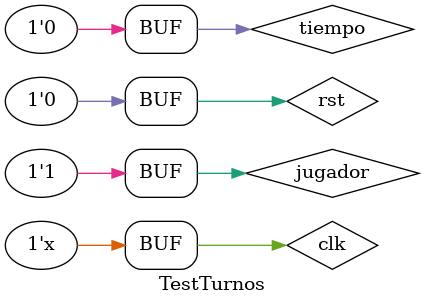
<source format=sv>
module TestTurnos();
	logic clk, rst, jugador, tiempo, salida;
	
	Turnos turnos (clk, rst, jugador, tiempo, salida);

	initial
		begin
		clk = 0;
		jugador = 0;
		tiempo = 0;
		rst = 1;
		#5;
		rst = 0;
		end
	
	always_comb
		begin
		clk = ~clk; #5;
		end
	
	always
		begin
		jugador = 1; #15;
		end
	
endmodule 
</source>
